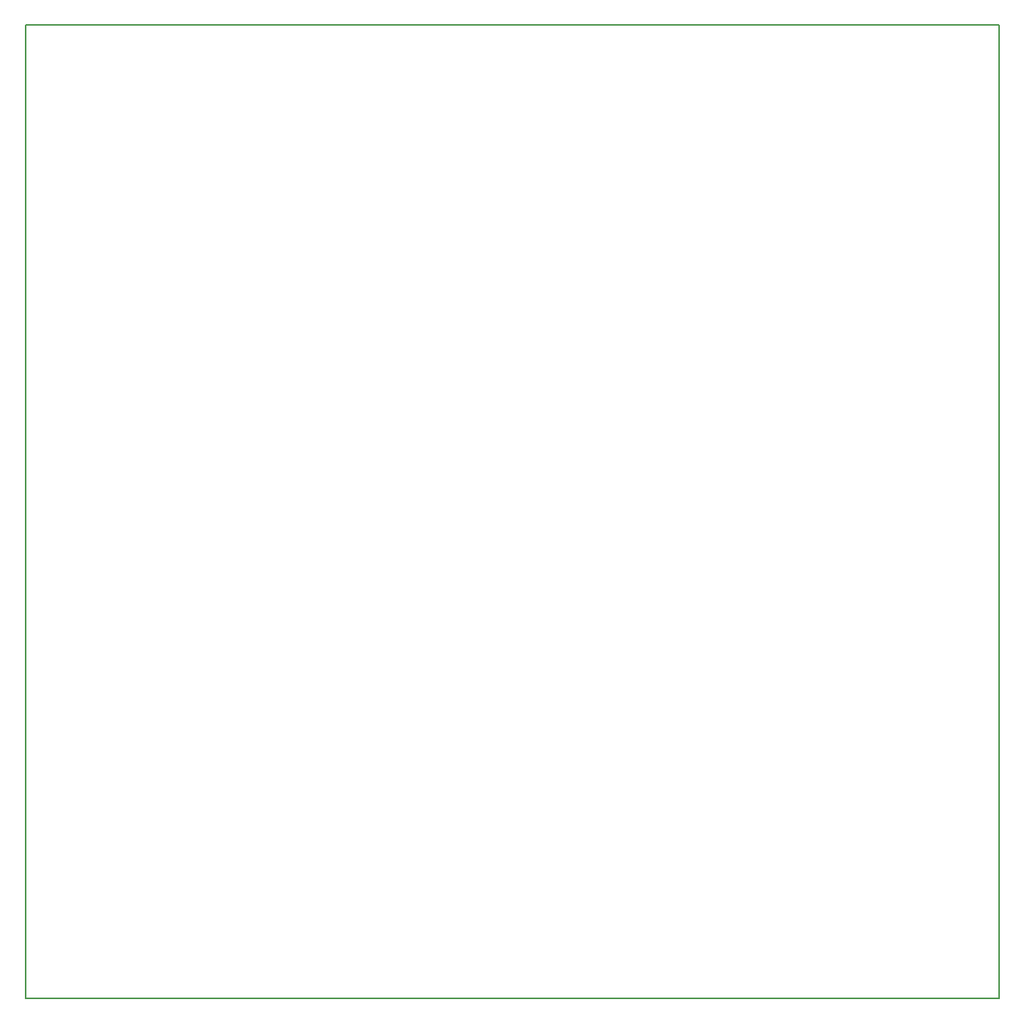
<source format=gbr>
G04 PROTEUS GERBER X2 FILE*
%TF.GenerationSoftware,Labcenter,Proteus,8.13-SP0-Build31525*%
%TF.CreationDate,2022-07-18T16:44:16+00:00*%
%TF.FileFunction,NonPlated,1,2,NPTH*%
%TF.FilePolarity,Positive*%
%TF.Part,Single*%
%TF.SameCoordinates,{5cd33fac-9818-4aa8-8d23-16ed7fe0303d}*%
%FSLAX45Y45*%
%MOMM*%
G01*
%TA.AperFunction,Profile*%
%ADD15C,0.203200*%
%TD.AperFunction*%
D15*
X-5461000Y-5715000D02*
X+5461000Y-5715000D01*
X+5461000Y+5207000D01*
X-5461000Y+5207000D01*
X-5461000Y-5715000D01*
M02*

</source>
